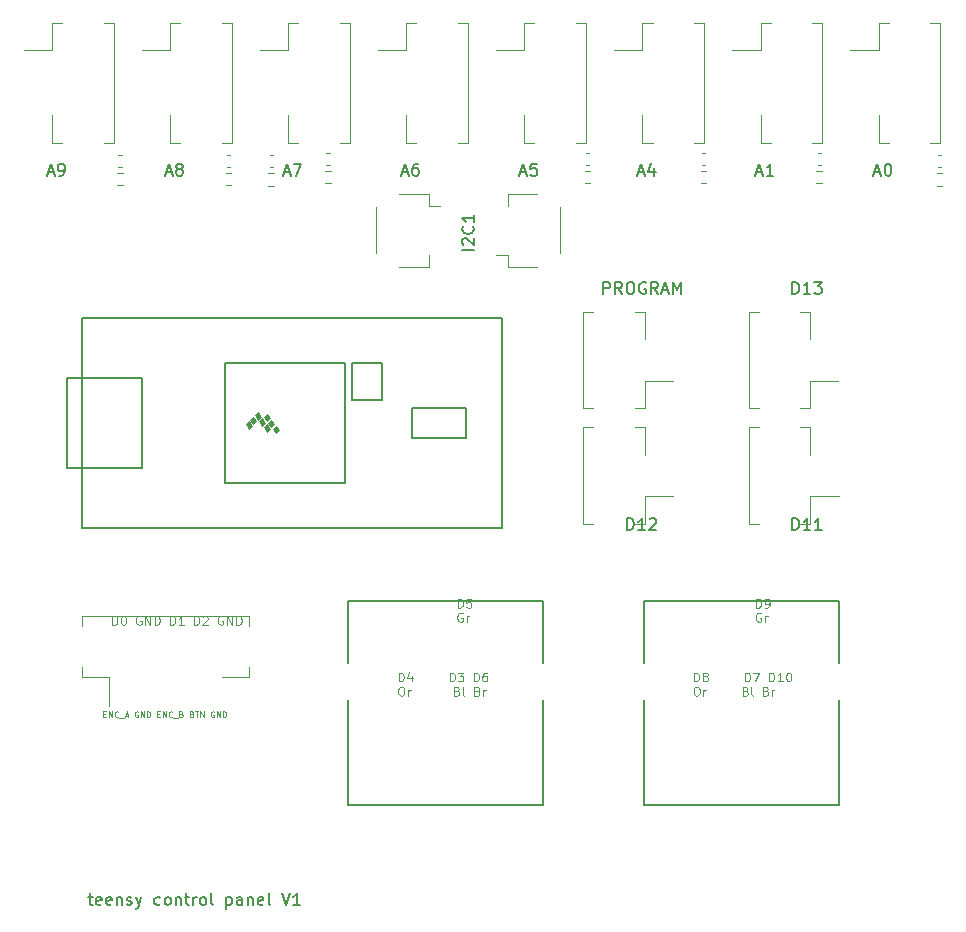
<source format=gbr>
%TF.GenerationSoftware,KiCad,Pcbnew,7.0.7-7.0.7~ubuntu20.04.1*%
%TF.CreationDate,2023-09-06T17:53:36-07:00*%
%TF.ProjectId,teensy-control-panel,7465656e-7379-42d6-936f-6e74726f6c2d,rev?*%
%TF.SameCoordinates,Original*%
%TF.FileFunction,Legend,Top*%
%TF.FilePolarity,Positive*%
%FSLAX46Y46*%
G04 Gerber Fmt 4.6, Leading zero omitted, Abs format (unit mm)*
G04 Created by KiCad (PCBNEW 7.0.7-7.0.7~ubuntu20.04.1) date 2023-09-06 17:53:36*
%MOMM*%
%LPD*%
G01*
G04 APERTURE LIST*
%ADD10C,0.150000*%
%ADD11C,0.125000*%
%ADD12C,0.120000*%
%ADD13C,0.100000*%
%ADD14C,0.127000*%
G04 APERTURE END LIST*
D10*
X56693922Y-132953152D02*
X57074874Y-132953152D01*
X56836779Y-132619819D02*
X56836779Y-133476961D01*
X56836779Y-133476961D02*
X56884398Y-133572200D01*
X56884398Y-133572200D02*
X56979636Y-133619819D01*
X56979636Y-133619819D02*
X57074874Y-133619819D01*
X57789160Y-133572200D02*
X57693922Y-133619819D01*
X57693922Y-133619819D02*
X57503446Y-133619819D01*
X57503446Y-133619819D02*
X57408208Y-133572200D01*
X57408208Y-133572200D02*
X57360589Y-133476961D01*
X57360589Y-133476961D02*
X57360589Y-133096009D01*
X57360589Y-133096009D02*
X57408208Y-133000771D01*
X57408208Y-133000771D02*
X57503446Y-132953152D01*
X57503446Y-132953152D02*
X57693922Y-132953152D01*
X57693922Y-132953152D02*
X57789160Y-133000771D01*
X57789160Y-133000771D02*
X57836779Y-133096009D01*
X57836779Y-133096009D02*
X57836779Y-133191247D01*
X57836779Y-133191247D02*
X57360589Y-133286485D01*
X58646303Y-133572200D02*
X58551065Y-133619819D01*
X58551065Y-133619819D02*
X58360589Y-133619819D01*
X58360589Y-133619819D02*
X58265351Y-133572200D01*
X58265351Y-133572200D02*
X58217732Y-133476961D01*
X58217732Y-133476961D02*
X58217732Y-133096009D01*
X58217732Y-133096009D02*
X58265351Y-133000771D01*
X58265351Y-133000771D02*
X58360589Y-132953152D01*
X58360589Y-132953152D02*
X58551065Y-132953152D01*
X58551065Y-132953152D02*
X58646303Y-133000771D01*
X58646303Y-133000771D02*
X58693922Y-133096009D01*
X58693922Y-133096009D02*
X58693922Y-133191247D01*
X58693922Y-133191247D02*
X58217732Y-133286485D01*
X59122494Y-132953152D02*
X59122494Y-133619819D01*
X59122494Y-133048390D02*
X59170113Y-133000771D01*
X59170113Y-133000771D02*
X59265351Y-132953152D01*
X59265351Y-132953152D02*
X59408208Y-132953152D01*
X59408208Y-132953152D02*
X59503446Y-133000771D01*
X59503446Y-133000771D02*
X59551065Y-133096009D01*
X59551065Y-133096009D02*
X59551065Y-133619819D01*
X59979637Y-133572200D02*
X60074875Y-133619819D01*
X60074875Y-133619819D02*
X60265351Y-133619819D01*
X60265351Y-133619819D02*
X60360589Y-133572200D01*
X60360589Y-133572200D02*
X60408208Y-133476961D01*
X60408208Y-133476961D02*
X60408208Y-133429342D01*
X60408208Y-133429342D02*
X60360589Y-133334104D01*
X60360589Y-133334104D02*
X60265351Y-133286485D01*
X60265351Y-133286485D02*
X60122494Y-133286485D01*
X60122494Y-133286485D02*
X60027256Y-133238866D01*
X60027256Y-133238866D02*
X59979637Y-133143628D01*
X59979637Y-133143628D02*
X59979637Y-133096009D01*
X59979637Y-133096009D02*
X60027256Y-133000771D01*
X60027256Y-133000771D02*
X60122494Y-132953152D01*
X60122494Y-132953152D02*
X60265351Y-132953152D01*
X60265351Y-132953152D02*
X60360589Y-133000771D01*
X60741542Y-132953152D02*
X60979637Y-133619819D01*
X61217732Y-132953152D02*
X60979637Y-133619819D01*
X60979637Y-133619819D02*
X60884399Y-133857914D01*
X60884399Y-133857914D02*
X60836780Y-133905533D01*
X60836780Y-133905533D02*
X60741542Y-133953152D01*
X62789161Y-133572200D02*
X62693923Y-133619819D01*
X62693923Y-133619819D02*
X62503447Y-133619819D01*
X62503447Y-133619819D02*
X62408209Y-133572200D01*
X62408209Y-133572200D02*
X62360590Y-133524580D01*
X62360590Y-133524580D02*
X62312971Y-133429342D01*
X62312971Y-133429342D02*
X62312971Y-133143628D01*
X62312971Y-133143628D02*
X62360590Y-133048390D01*
X62360590Y-133048390D02*
X62408209Y-133000771D01*
X62408209Y-133000771D02*
X62503447Y-132953152D01*
X62503447Y-132953152D02*
X62693923Y-132953152D01*
X62693923Y-132953152D02*
X62789161Y-133000771D01*
X63360590Y-133619819D02*
X63265352Y-133572200D01*
X63265352Y-133572200D02*
X63217733Y-133524580D01*
X63217733Y-133524580D02*
X63170114Y-133429342D01*
X63170114Y-133429342D02*
X63170114Y-133143628D01*
X63170114Y-133143628D02*
X63217733Y-133048390D01*
X63217733Y-133048390D02*
X63265352Y-133000771D01*
X63265352Y-133000771D02*
X63360590Y-132953152D01*
X63360590Y-132953152D02*
X63503447Y-132953152D01*
X63503447Y-132953152D02*
X63598685Y-133000771D01*
X63598685Y-133000771D02*
X63646304Y-133048390D01*
X63646304Y-133048390D02*
X63693923Y-133143628D01*
X63693923Y-133143628D02*
X63693923Y-133429342D01*
X63693923Y-133429342D02*
X63646304Y-133524580D01*
X63646304Y-133524580D02*
X63598685Y-133572200D01*
X63598685Y-133572200D02*
X63503447Y-133619819D01*
X63503447Y-133619819D02*
X63360590Y-133619819D01*
X64122495Y-132953152D02*
X64122495Y-133619819D01*
X64122495Y-133048390D02*
X64170114Y-133000771D01*
X64170114Y-133000771D02*
X64265352Y-132953152D01*
X64265352Y-132953152D02*
X64408209Y-132953152D01*
X64408209Y-132953152D02*
X64503447Y-133000771D01*
X64503447Y-133000771D02*
X64551066Y-133096009D01*
X64551066Y-133096009D02*
X64551066Y-133619819D01*
X64884400Y-132953152D02*
X65265352Y-132953152D01*
X65027257Y-132619819D02*
X65027257Y-133476961D01*
X65027257Y-133476961D02*
X65074876Y-133572200D01*
X65074876Y-133572200D02*
X65170114Y-133619819D01*
X65170114Y-133619819D02*
X65265352Y-133619819D01*
X65598686Y-133619819D02*
X65598686Y-132953152D01*
X65598686Y-133143628D02*
X65646305Y-133048390D01*
X65646305Y-133048390D02*
X65693924Y-133000771D01*
X65693924Y-133000771D02*
X65789162Y-132953152D01*
X65789162Y-132953152D02*
X65884400Y-132953152D01*
X66360591Y-133619819D02*
X66265353Y-133572200D01*
X66265353Y-133572200D02*
X66217734Y-133524580D01*
X66217734Y-133524580D02*
X66170115Y-133429342D01*
X66170115Y-133429342D02*
X66170115Y-133143628D01*
X66170115Y-133143628D02*
X66217734Y-133048390D01*
X66217734Y-133048390D02*
X66265353Y-133000771D01*
X66265353Y-133000771D02*
X66360591Y-132953152D01*
X66360591Y-132953152D02*
X66503448Y-132953152D01*
X66503448Y-132953152D02*
X66598686Y-133000771D01*
X66598686Y-133000771D02*
X66646305Y-133048390D01*
X66646305Y-133048390D02*
X66693924Y-133143628D01*
X66693924Y-133143628D02*
X66693924Y-133429342D01*
X66693924Y-133429342D02*
X66646305Y-133524580D01*
X66646305Y-133524580D02*
X66598686Y-133572200D01*
X66598686Y-133572200D02*
X66503448Y-133619819D01*
X66503448Y-133619819D02*
X66360591Y-133619819D01*
X67265353Y-133619819D02*
X67170115Y-133572200D01*
X67170115Y-133572200D02*
X67122496Y-133476961D01*
X67122496Y-133476961D02*
X67122496Y-132619819D01*
X68408211Y-132953152D02*
X68408211Y-133953152D01*
X68408211Y-133000771D02*
X68503449Y-132953152D01*
X68503449Y-132953152D02*
X68693925Y-132953152D01*
X68693925Y-132953152D02*
X68789163Y-133000771D01*
X68789163Y-133000771D02*
X68836782Y-133048390D01*
X68836782Y-133048390D02*
X68884401Y-133143628D01*
X68884401Y-133143628D02*
X68884401Y-133429342D01*
X68884401Y-133429342D02*
X68836782Y-133524580D01*
X68836782Y-133524580D02*
X68789163Y-133572200D01*
X68789163Y-133572200D02*
X68693925Y-133619819D01*
X68693925Y-133619819D02*
X68503449Y-133619819D01*
X68503449Y-133619819D02*
X68408211Y-133572200D01*
X69741544Y-133619819D02*
X69741544Y-133096009D01*
X69741544Y-133096009D02*
X69693925Y-133000771D01*
X69693925Y-133000771D02*
X69598687Y-132953152D01*
X69598687Y-132953152D02*
X69408211Y-132953152D01*
X69408211Y-132953152D02*
X69312973Y-133000771D01*
X69741544Y-133572200D02*
X69646306Y-133619819D01*
X69646306Y-133619819D02*
X69408211Y-133619819D01*
X69408211Y-133619819D02*
X69312973Y-133572200D01*
X69312973Y-133572200D02*
X69265354Y-133476961D01*
X69265354Y-133476961D02*
X69265354Y-133381723D01*
X69265354Y-133381723D02*
X69312973Y-133286485D01*
X69312973Y-133286485D02*
X69408211Y-133238866D01*
X69408211Y-133238866D02*
X69646306Y-133238866D01*
X69646306Y-133238866D02*
X69741544Y-133191247D01*
X70217735Y-132953152D02*
X70217735Y-133619819D01*
X70217735Y-133048390D02*
X70265354Y-133000771D01*
X70265354Y-133000771D02*
X70360592Y-132953152D01*
X70360592Y-132953152D02*
X70503449Y-132953152D01*
X70503449Y-132953152D02*
X70598687Y-133000771D01*
X70598687Y-133000771D02*
X70646306Y-133096009D01*
X70646306Y-133096009D02*
X70646306Y-133619819D01*
X71503449Y-133572200D02*
X71408211Y-133619819D01*
X71408211Y-133619819D02*
X71217735Y-133619819D01*
X71217735Y-133619819D02*
X71122497Y-133572200D01*
X71122497Y-133572200D02*
X71074878Y-133476961D01*
X71074878Y-133476961D02*
X71074878Y-133096009D01*
X71074878Y-133096009D02*
X71122497Y-133000771D01*
X71122497Y-133000771D02*
X71217735Y-132953152D01*
X71217735Y-132953152D02*
X71408211Y-132953152D01*
X71408211Y-132953152D02*
X71503449Y-133000771D01*
X71503449Y-133000771D02*
X71551068Y-133096009D01*
X71551068Y-133096009D02*
X71551068Y-133191247D01*
X71551068Y-133191247D02*
X71074878Y-133286485D01*
X72122497Y-133619819D02*
X72027259Y-133572200D01*
X72027259Y-133572200D02*
X71979640Y-133476961D01*
X71979640Y-133476961D02*
X71979640Y-132619819D01*
X73122498Y-132619819D02*
X73455831Y-133619819D01*
X73455831Y-133619819D02*
X73789164Y-132619819D01*
X74646307Y-133619819D02*
X74074879Y-133619819D01*
X74360593Y-133619819D02*
X74360593Y-132619819D01*
X74360593Y-132619819D02*
X74265355Y-132762676D01*
X74265355Y-132762676D02*
X74170117Y-132857914D01*
X74170117Y-132857914D02*
X74074879Y-132905533D01*
D11*
X113260807Y-108444214D02*
X113260807Y-107694214D01*
X113260807Y-107694214D02*
X113439378Y-107694214D01*
X113439378Y-107694214D02*
X113546521Y-107729928D01*
X113546521Y-107729928D02*
X113617950Y-107801357D01*
X113617950Y-107801357D02*
X113653664Y-107872785D01*
X113653664Y-107872785D02*
X113689378Y-108015642D01*
X113689378Y-108015642D02*
X113689378Y-108122785D01*
X113689378Y-108122785D02*
X113653664Y-108265642D01*
X113653664Y-108265642D02*
X113617950Y-108337071D01*
X113617950Y-108337071D02*
X113546521Y-108408500D01*
X113546521Y-108408500D02*
X113439378Y-108444214D01*
X113439378Y-108444214D02*
X113260807Y-108444214D01*
X114046521Y-108444214D02*
X114189378Y-108444214D01*
X114189378Y-108444214D02*
X114260807Y-108408500D01*
X114260807Y-108408500D02*
X114296521Y-108372785D01*
X114296521Y-108372785D02*
X114367950Y-108265642D01*
X114367950Y-108265642D02*
X114403664Y-108122785D01*
X114403664Y-108122785D02*
X114403664Y-107837071D01*
X114403664Y-107837071D02*
X114367950Y-107765642D01*
X114367950Y-107765642D02*
X114332236Y-107729928D01*
X114332236Y-107729928D02*
X114260807Y-107694214D01*
X114260807Y-107694214D02*
X114117950Y-107694214D01*
X114117950Y-107694214D02*
X114046521Y-107729928D01*
X114046521Y-107729928D02*
X114010807Y-107765642D01*
X114010807Y-107765642D02*
X113975093Y-107837071D01*
X113975093Y-107837071D02*
X113975093Y-108015642D01*
X113975093Y-108015642D02*
X114010807Y-108087071D01*
X114010807Y-108087071D02*
X114046521Y-108122785D01*
X114046521Y-108122785D02*
X114117950Y-108158500D01*
X114117950Y-108158500D02*
X114260807Y-108158500D01*
X114260807Y-108158500D02*
X114332236Y-108122785D01*
X114332236Y-108122785D02*
X114367950Y-108087071D01*
X114367950Y-108087071D02*
X114403664Y-108015642D01*
X113653664Y-108937428D02*
X113582236Y-108901714D01*
X113582236Y-108901714D02*
X113475093Y-108901714D01*
X113475093Y-108901714D02*
X113367950Y-108937428D01*
X113367950Y-108937428D02*
X113296521Y-109008857D01*
X113296521Y-109008857D02*
X113260807Y-109080285D01*
X113260807Y-109080285D02*
X113225093Y-109223142D01*
X113225093Y-109223142D02*
X113225093Y-109330285D01*
X113225093Y-109330285D02*
X113260807Y-109473142D01*
X113260807Y-109473142D02*
X113296521Y-109544571D01*
X113296521Y-109544571D02*
X113367950Y-109616000D01*
X113367950Y-109616000D02*
X113475093Y-109651714D01*
X113475093Y-109651714D02*
X113546521Y-109651714D01*
X113546521Y-109651714D02*
X113653664Y-109616000D01*
X113653664Y-109616000D02*
X113689378Y-109580285D01*
X113689378Y-109580285D02*
X113689378Y-109330285D01*
X113689378Y-109330285D02*
X113546521Y-109330285D01*
X114010807Y-109651714D02*
X114010807Y-109151714D01*
X114010807Y-109294571D02*
X114046521Y-109223142D01*
X114046521Y-109223142D02*
X114082236Y-109187428D01*
X114082236Y-109187428D02*
X114153664Y-109151714D01*
X114153664Y-109151714D02*
X114225093Y-109151714D01*
X88010807Y-108444214D02*
X88010807Y-107694214D01*
X88010807Y-107694214D02*
X88189378Y-107694214D01*
X88189378Y-107694214D02*
X88296521Y-107729928D01*
X88296521Y-107729928D02*
X88367950Y-107801357D01*
X88367950Y-107801357D02*
X88403664Y-107872785D01*
X88403664Y-107872785D02*
X88439378Y-108015642D01*
X88439378Y-108015642D02*
X88439378Y-108122785D01*
X88439378Y-108122785D02*
X88403664Y-108265642D01*
X88403664Y-108265642D02*
X88367950Y-108337071D01*
X88367950Y-108337071D02*
X88296521Y-108408500D01*
X88296521Y-108408500D02*
X88189378Y-108444214D01*
X88189378Y-108444214D02*
X88010807Y-108444214D01*
X89117950Y-107694214D02*
X88760807Y-107694214D01*
X88760807Y-107694214D02*
X88725093Y-108051357D01*
X88725093Y-108051357D02*
X88760807Y-108015642D01*
X88760807Y-108015642D02*
X88832236Y-107979928D01*
X88832236Y-107979928D02*
X89010807Y-107979928D01*
X89010807Y-107979928D02*
X89082236Y-108015642D01*
X89082236Y-108015642D02*
X89117950Y-108051357D01*
X89117950Y-108051357D02*
X89153664Y-108122785D01*
X89153664Y-108122785D02*
X89153664Y-108301357D01*
X89153664Y-108301357D02*
X89117950Y-108372785D01*
X89117950Y-108372785D02*
X89082236Y-108408500D01*
X89082236Y-108408500D02*
X89010807Y-108444214D01*
X89010807Y-108444214D02*
X88832236Y-108444214D01*
X88832236Y-108444214D02*
X88760807Y-108408500D01*
X88760807Y-108408500D02*
X88725093Y-108372785D01*
X88403664Y-108937428D02*
X88332236Y-108901714D01*
X88332236Y-108901714D02*
X88225093Y-108901714D01*
X88225093Y-108901714D02*
X88117950Y-108937428D01*
X88117950Y-108937428D02*
X88046521Y-109008857D01*
X88046521Y-109008857D02*
X88010807Y-109080285D01*
X88010807Y-109080285D02*
X87975093Y-109223142D01*
X87975093Y-109223142D02*
X87975093Y-109330285D01*
X87975093Y-109330285D02*
X88010807Y-109473142D01*
X88010807Y-109473142D02*
X88046521Y-109544571D01*
X88046521Y-109544571D02*
X88117950Y-109616000D01*
X88117950Y-109616000D02*
X88225093Y-109651714D01*
X88225093Y-109651714D02*
X88296521Y-109651714D01*
X88296521Y-109651714D02*
X88403664Y-109616000D01*
X88403664Y-109616000D02*
X88439378Y-109580285D01*
X88439378Y-109580285D02*
X88439378Y-109330285D01*
X88439378Y-109330285D02*
X88296521Y-109330285D01*
X88760807Y-109651714D02*
X88760807Y-109151714D01*
X88760807Y-109294571D02*
X88796521Y-109223142D01*
X88796521Y-109223142D02*
X88832236Y-109187428D01*
X88832236Y-109187428D02*
X88903664Y-109151714D01*
X88903664Y-109151714D02*
X88975093Y-109151714D01*
X108010807Y-114694214D02*
X108010807Y-113944214D01*
X108010807Y-113944214D02*
X108189378Y-113944214D01*
X108189378Y-113944214D02*
X108296521Y-113979928D01*
X108296521Y-113979928D02*
X108367950Y-114051357D01*
X108367950Y-114051357D02*
X108403664Y-114122785D01*
X108403664Y-114122785D02*
X108439378Y-114265642D01*
X108439378Y-114265642D02*
X108439378Y-114372785D01*
X108439378Y-114372785D02*
X108403664Y-114515642D01*
X108403664Y-114515642D02*
X108367950Y-114587071D01*
X108367950Y-114587071D02*
X108296521Y-114658500D01*
X108296521Y-114658500D02*
X108189378Y-114694214D01*
X108189378Y-114694214D02*
X108010807Y-114694214D01*
X108867950Y-114265642D02*
X108796521Y-114229928D01*
X108796521Y-114229928D02*
X108760807Y-114194214D01*
X108760807Y-114194214D02*
X108725093Y-114122785D01*
X108725093Y-114122785D02*
X108725093Y-114087071D01*
X108725093Y-114087071D02*
X108760807Y-114015642D01*
X108760807Y-114015642D02*
X108796521Y-113979928D01*
X108796521Y-113979928D02*
X108867950Y-113944214D01*
X108867950Y-113944214D02*
X109010807Y-113944214D01*
X109010807Y-113944214D02*
X109082236Y-113979928D01*
X109082236Y-113979928D02*
X109117950Y-114015642D01*
X109117950Y-114015642D02*
X109153664Y-114087071D01*
X109153664Y-114087071D02*
X109153664Y-114122785D01*
X109153664Y-114122785D02*
X109117950Y-114194214D01*
X109117950Y-114194214D02*
X109082236Y-114229928D01*
X109082236Y-114229928D02*
X109010807Y-114265642D01*
X109010807Y-114265642D02*
X108867950Y-114265642D01*
X108867950Y-114265642D02*
X108796521Y-114301357D01*
X108796521Y-114301357D02*
X108760807Y-114337071D01*
X108760807Y-114337071D02*
X108725093Y-114408500D01*
X108725093Y-114408500D02*
X108725093Y-114551357D01*
X108725093Y-114551357D02*
X108760807Y-114622785D01*
X108760807Y-114622785D02*
X108796521Y-114658500D01*
X108796521Y-114658500D02*
X108867950Y-114694214D01*
X108867950Y-114694214D02*
X109010807Y-114694214D01*
X109010807Y-114694214D02*
X109082236Y-114658500D01*
X109082236Y-114658500D02*
X109117950Y-114622785D01*
X109117950Y-114622785D02*
X109153664Y-114551357D01*
X109153664Y-114551357D02*
X109153664Y-114408500D01*
X109153664Y-114408500D02*
X109117950Y-114337071D01*
X109117950Y-114337071D02*
X109082236Y-114301357D01*
X109082236Y-114301357D02*
X109010807Y-114265642D01*
X112332238Y-114694214D02*
X112332238Y-113944214D01*
X112332238Y-113944214D02*
X112510809Y-113944214D01*
X112510809Y-113944214D02*
X112617952Y-113979928D01*
X112617952Y-113979928D02*
X112689381Y-114051357D01*
X112689381Y-114051357D02*
X112725095Y-114122785D01*
X112725095Y-114122785D02*
X112760809Y-114265642D01*
X112760809Y-114265642D02*
X112760809Y-114372785D01*
X112760809Y-114372785D02*
X112725095Y-114515642D01*
X112725095Y-114515642D02*
X112689381Y-114587071D01*
X112689381Y-114587071D02*
X112617952Y-114658500D01*
X112617952Y-114658500D02*
X112510809Y-114694214D01*
X112510809Y-114694214D02*
X112332238Y-114694214D01*
X113010809Y-113944214D02*
X113510809Y-113944214D01*
X113510809Y-113944214D02*
X113189381Y-114694214D01*
X114367953Y-114694214D02*
X114367953Y-113944214D01*
X114367953Y-113944214D02*
X114546524Y-113944214D01*
X114546524Y-113944214D02*
X114653667Y-113979928D01*
X114653667Y-113979928D02*
X114725096Y-114051357D01*
X114725096Y-114051357D02*
X114760810Y-114122785D01*
X114760810Y-114122785D02*
X114796524Y-114265642D01*
X114796524Y-114265642D02*
X114796524Y-114372785D01*
X114796524Y-114372785D02*
X114760810Y-114515642D01*
X114760810Y-114515642D02*
X114725096Y-114587071D01*
X114725096Y-114587071D02*
X114653667Y-114658500D01*
X114653667Y-114658500D02*
X114546524Y-114694214D01*
X114546524Y-114694214D02*
X114367953Y-114694214D01*
X115510810Y-114694214D02*
X115082239Y-114694214D01*
X115296524Y-114694214D02*
X115296524Y-113944214D01*
X115296524Y-113944214D02*
X115225096Y-114051357D01*
X115225096Y-114051357D02*
X115153667Y-114122785D01*
X115153667Y-114122785D02*
X115082239Y-114158500D01*
X115975096Y-113944214D02*
X116046525Y-113944214D01*
X116046525Y-113944214D02*
X116117953Y-113979928D01*
X116117953Y-113979928D02*
X116153668Y-114015642D01*
X116153668Y-114015642D02*
X116189382Y-114087071D01*
X116189382Y-114087071D02*
X116225096Y-114229928D01*
X116225096Y-114229928D02*
X116225096Y-114408500D01*
X116225096Y-114408500D02*
X116189382Y-114551357D01*
X116189382Y-114551357D02*
X116153668Y-114622785D01*
X116153668Y-114622785D02*
X116117953Y-114658500D01*
X116117953Y-114658500D02*
X116046525Y-114694214D01*
X116046525Y-114694214D02*
X115975096Y-114694214D01*
X115975096Y-114694214D02*
X115903668Y-114658500D01*
X115903668Y-114658500D02*
X115867953Y-114622785D01*
X115867953Y-114622785D02*
X115832239Y-114551357D01*
X115832239Y-114551357D02*
X115796525Y-114408500D01*
X115796525Y-114408500D02*
X115796525Y-114229928D01*
X115796525Y-114229928D02*
X115832239Y-114087071D01*
X115832239Y-114087071D02*
X115867953Y-114015642D01*
X115867953Y-114015642D02*
X115903668Y-113979928D01*
X115903668Y-113979928D02*
X115975096Y-113944214D01*
X108153664Y-115151714D02*
X108296521Y-115151714D01*
X108296521Y-115151714D02*
X108367950Y-115187428D01*
X108367950Y-115187428D02*
X108439378Y-115258857D01*
X108439378Y-115258857D02*
X108475093Y-115401714D01*
X108475093Y-115401714D02*
X108475093Y-115651714D01*
X108475093Y-115651714D02*
X108439378Y-115794571D01*
X108439378Y-115794571D02*
X108367950Y-115866000D01*
X108367950Y-115866000D02*
X108296521Y-115901714D01*
X108296521Y-115901714D02*
X108153664Y-115901714D01*
X108153664Y-115901714D02*
X108082236Y-115866000D01*
X108082236Y-115866000D02*
X108010807Y-115794571D01*
X108010807Y-115794571D02*
X107975093Y-115651714D01*
X107975093Y-115651714D02*
X107975093Y-115401714D01*
X107975093Y-115401714D02*
X108010807Y-115258857D01*
X108010807Y-115258857D02*
X108082236Y-115187428D01*
X108082236Y-115187428D02*
X108153664Y-115151714D01*
X108796521Y-115901714D02*
X108796521Y-115401714D01*
X108796521Y-115544571D02*
X108832235Y-115473142D01*
X108832235Y-115473142D02*
X108867950Y-115437428D01*
X108867950Y-115437428D02*
X108939378Y-115401714D01*
X108939378Y-115401714D02*
X109010807Y-115401714D01*
X112367952Y-115508857D02*
X112475095Y-115544571D01*
X112475095Y-115544571D02*
X112510809Y-115580285D01*
X112510809Y-115580285D02*
X112546523Y-115651714D01*
X112546523Y-115651714D02*
X112546523Y-115758857D01*
X112546523Y-115758857D02*
X112510809Y-115830285D01*
X112510809Y-115830285D02*
X112475095Y-115866000D01*
X112475095Y-115866000D02*
X112403666Y-115901714D01*
X112403666Y-115901714D02*
X112117952Y-115901714D01*
X112117952Y-115901714D02*
X112117952Y-115151714D01*
X112117952Y-115151714D02*
X112367952Y-115151714D01*
X112367952Y-115151714D02*
X112439381Y-115187428D01*
X112439381Y-115187428D02*
X112475095Y-115223142D01*
X112475095Y-115223142D02*
X112510809Y-115294571D01*
X112510809Y-115294571D02*
X112510809Y-115366000D01*
X112510809Y-115366000D02*
X112475095Y-115437428D01*
X112475095Y-115437428D02*
X112439381Y-115473142D01*
X112439381Y-115473142D02*
X112367952Y-115508857D01*
X112367952Y-115508857D02*
X112117952Y-115508857D01*
X112975095Y-115901714D02*
X112903666Y-115866000D01*
X112903666Y-115866000D02*
X112867952Y-115794571D01*
X112867952Y-115794571D02*
X112867952Y-115151714D01*
X114082238Y-115508857D02*
X114189381Y-115544571D01*
X114189381Y-115544571D02*
X114225095Y-115580285D01*
X114225095Y-115580285D02*
X114260809Y-115651714D01*
X114260809Y-115651714D02*
X114260809Y-115758857D01*
X114260809Y-115758857D02*
X114225095Y-115830285D01*
X114225095Y-115830285D02*
X114189381Y-115866000D01*
X114189381Y-115866000D02*
X114117952Y-115901714D01*
X114117952Y-115901714D02*
X113832238Y-115901714D01*
X113832238Y-115901714D02*
X113832238Y-115151714D01*
X113832238Y-115151714D02*
X114082238Y-115151714D01*
X114082238Y-115151714D02*
X114153667Y-115187428D01*
X114153667Y-115187428D02*
X114189381Y-115223142D01*
X114189381Y-115223142D02*
X114225095Y-115294571D01*
X114225095Y-115294571D02*
X114225095Y-115366000D01*
X114225095Y-115366000D02*
X114189381Y-115437428D01*
X114189381Y-115437428D02*
X114153667Y-115473142D01*
X114153667Y-115473142D02*
X114082238Y-115508857D01*
X114082238Y-115508857D02*
X113832238Y-115508857D01*
X114582238Y-115901714D02*
X114582238Y-115401714D01*
X114582238Y-115544571D02*
X114617952Y-115473142D01*
X114617952Y-115473142D02*
X114653667Y-115437428D01*
X114653667Y-115437428D02*
X114725095Y-115401714D01*
X114725095Y-115401714D02*
X114796524Y-115401714D01*
X83010807Y-114694214D02*
X83010807Y-113944214D01*
X83010807Y-113944214D02*
X83189378Y-113944214D01*
X83189378Y-113944214D02*
X83296521Y-113979928D01*
X83296521Y-113979928D02*
X83367950Y-114051357D01*
X83367950Y-114051357D02*
X83403664Y-114122785D01*
X83403664Y-114122785D02*
X83439378Y-114265642D01*
X83439378Y-114265642D02*
X83439378Y-114372785D01*
X83439378Y-114372785D02*
X83403664Y-114515642D01*
X83403664Y-114515642D02*
X83367950Y-114587071D01*
X83367950Y-114587071D02*
X83296521Y-114658500D01*
X83296521Y-114658500D02*
X83189378Y-114694214D01*
X83189378Y-114694214D02*
X83010807Y-114694214D01*
X84082236Y-114194214D02*
X84082236Y-114694214D01*
X83903664Y-113908500D02*
X83725093Y-114444214D01*
X83725093Y-114444214D02*
X84189378Y-114444214D01*
X87332238Y-114694214D02*
X87332238Y-113944214D01*
X87332238Y-113944214D02*
X87510809Y-113944214D01*
X87510809Y-113944214D02*
X87617952Y-113979928D01*
X87617952Y-113979928D02*
X87689381Y-114051357D01*
X87689381Y-114051357D02*
X87725095Y-114122785D01*
X87725095Y-114122785D02*
X87760809Y-114265642D01*
X87760809Y-114265642D02*
X87760809Y-114372785D01*
X87760809Y-114372785D02*
X87725095Y-114515642D01*
X87725095Y-114515642D02*
X87689381Y-114587071D01*
X87689381Y-114587071D02*
X87617952Y-114658500D01*
X87617952Y-114658500D02*
X87510809Y-114694214D01*
X87510809Y-114694214D02*
X87332238Y-114694214D01*
X88010809Y-113944214D02*
X88475095Y-113944214D01*
X88475095Y-113944214D02*
X88225095Y-114229928D01*
X88225095Y-114229928D02*
X88332238Y-114229928D01*
X88332238Y-114229928D02*
X88403667Y-114265642D01*
X88403667Y-114265642D02*
X88439381Y-114301357D01*
X88439381Y-114301357D02*
X88475095Y-114372785D01*
X88475095Y-114372785D02*
X88475095Y-114551357D01*
X88475095Y-114551357D02*
X88439381Y-114622785D01*
X88439381Y-114622785D02*
X88403667Y-114658500D01*
X88403667Y-114658500D02*
X88332238Y-114694214D01*
X88332238Y-114694214D02*
X88117952Y-114694214D01*
X88117952Y-114694214D02*
X88046524Y-114658500D01*
X88046524Y-114658500D02*
X88010809Y-114622785D01*
X89367953Y-114694214D02*
X89367953Y-113944214D01*
X89367953Y-113944214D02*
X89546524Y-113944214D01*
X89546524Y-113944214D02*
X89653667Y-113979928D01*
X89653667Y-113979928D02*
X89725096Y-114051357D01*
X89725096Y-114051357D02*
X89760810Y-114122785D01*
X89760810Y-114122785D02*
X89796524Y-114265642D01*
X89796524Y-114265642D02*
X89796524Y-114372785D01*
X89796524Y-114372785D02*
X89760810Y-114515642D01*
X89760810Y-114515642D02*
X89725096Y-114587071D01*
X89725096Y-114587071D02*
X89653667Y-114658500D01*
X89653667Y-114658500D02*
X89546524Y-114694214D01*
X89546524Y-114694214D02*
X89367953Y-114694214D01*
X90439382Y-113944214D02*
X90296524Y-113944214D01*
X90296524Y-113944214D02*
X90225096Y-113979928D01*
X90225096Y-113979928D02*
X90189382Y-114015642D01*
X90189382Y-114015642D02*
X90117953Y-114122785D01*
X90117953Y-114122785D02*
X90082239Y-114265642D01*
X90082239Y-114265642D02*
X90082239Y-114551357D01*
X90082239Y-114551357D02*
X90117953Y-114622785D01*
X90117953Y-114622785D02*
X90153667Y-114658500D01*
X90153667Y-114658500D02*
X90225096Y-114694214D01*
X90225096Y-114694214D02*
X90367953Y-114694214D01*
X90367953Y-114694214D02*
X90439382Y-114658500D01*
X90439382Y-114658500D02*
X90475096Y-114622785D01*
X90475096Y-114622785D02*
X90510810Y-114551357D01*
X90510810Y-114551357D02*
X90510810Y-114372785D01*
X90510810Y-114372785D02*
X90475096Y-114301357D01*
X90475096Y-114301357D02*
X90439382Y-114265642D01*
X90439382Y-114265642D02*
X90367953Y-114229928D01*
X90367953Y-114229928D02*
X90225096Y-114229928D01*
X90225096Y-114229928D02*
X90153667Y-114265642D01*
X90153667Y-114265642D02*
X90117953Y-114301357D01*
X90117953Y-114301357D02*
X90082239Y-114372785D01*
X83153664Y-115151714D02*
X83296521Y-115151714D01*
X83296521Y-115151714D02*
X83367950Y-115187428D01*
X83367950Y-115187428D02*
X83439378Y-115258857D01*
X83439378Y-115258857D02*
X83475093Y-115401714D01*
X83475093Y-115401714D02*
X83475093Y-115651714D01*
X83475093Y-115651714D02*
X83439378Y-115794571D01*
X83439378Y-115794571D02*
X83367950Y-115866000D01*
X83367950Y-115866000D02*
X83296521Y-115901714D01*
X83296521Y-115901714D02*
X83153664Y-115901714D01*
X83153664Y-115901714D02*
X83082236Y-115866000D01*
X83082236Y-115866000D02*
X83010807Y-115794571D01*
X83010807Y-115794571D02*
X82975093Y-115651714D01*
X82975093Y-115651714D02*
X82975093Y-115401714D01*
X82975093Y-115401714D02*
X83010807Y-115258857D01*
X83010807Y-115258857D02*
X83082236Y-115187428D01*
X83082236Y-115187428D02*
X83153664Y-115151714D01*
X83796521Y-115901714D02*
X83796521Y-115401714D01*
X83796521Y-115544571D02*
X83832235Y-115473142D01*
X83832235Y-115473142D02*
X83867950Y-115437428D01*
X83867950Y-115437428D02*
X83939378Y-115401714D01*
X83939378Y-115401714D02*
X84010807Y-115401714D01*
X87939381Y-115508857D02*
X88046524Y-115544571D01*
X88046524Y-115544571D02*
X88082238Y-115580285D01*
X88082238Y-115580285D02*
X88117952Y-115651714D01*
X88117952Y-115651714D02*
X88117952Y-115758857D01*
X88117952Y-115758857D02*
X88082238Y-115830285D01*
X88082238Y-115830285D02*
X88046524Y-115866000D01*
X88046524Y-115866000D02*
X87975095Y-115901714D01*
X87975095Y-115901714D02*
X87689381Y-115901714D01*
X87689381Y-115901714D02*
X87689381Y-115151714D01*
X87689381Y-115151714D02*
X87939381Y-115151714D01*
X87939381Y-115151714D02*
X88010810Y-115187428D01*
X88010810Y-115187428D02*
X88046524Y-115223142D01*
X88046524Y-115223142D02*
X88082238Y-115294571D01*
X88082238Y-115294571D02*
X88082238Y-115366000D01*
X88082238Y-115366000D02*
X88046524Y-115437428D01*
X88046524Y-115437428D02*
X88010810Y-115473142D01*
X88010810Y-115473142D02*
X87939381Y-115508857D01*
X87939381Y-115508857D02*
X87689381Y-115508857D01*
X88546524Y-115901714D02*
X88475095Y-115866000D01*
X88475095Y-115866000D02*
X88439381Y-115794571D01*
X88439381Y-115794571D02*
X88439381Y-115151714D01*
X89653667Y-115508857D02*
X89760810Y-115544571D01*
X89760810Y-115544571D02*
X89796524Y-115580285D01*
X89796524Y-115580285D02*
X89832238Y-115651714D01*
X89832238Y-115651714D02*
X89832238Y-115758857D01*
X89832238Y-115758857D02*
X89796524Y-115830285D01*
X89796524Y-115830285D02*
X89760810Y-115866000D01*
X89760810Y-115866000D02*
X89689381Y-115901714D01*
X89689381Y-115901714D02*
X89403667Y-115901714D01*
X89403667Y-115901714D02*
X89403667Y-115151714D01*
X89403667Y-115151714D02*
X89653667Y-115151714D01*
X89653667Y-115151714D02*
X89725096Y-115187428D01*
X89725096Y-115187428D02*
X89760810Y-115223142D01*
X89760810Y-115223142D02*
X89796524Y-115294571D01*
X89796524Y-115294571D02*
X89796524Y-115366000D01*
X89796524Y-115366000D02*
X89760810Y-115437428D01*
X89760810Y-115437428D02*
X89725096Y-115473142D01*
X89725096Y-115473142D02*
X89653667Y-115508857D01*
X89653667Y-115508857D02*
X89403667Y-115508857D01*
X90153667Y-115901714D02*
X90153667Y-115401714D01*
X90153667Y-115544571D02*
X90189381Y-115473142D01*
X90189381Y-115473142D02*
X90225096Y-115437428D01*
X90225096Y-115437428D02*
X90296524Y-115401714D01*
X90296524Y-115401714D02*
X90367953Y-115401714D01*
X58760807Y-109901714D02*
X58760807Y-109151714D01*
X58760807Y-109151714D02*
X58939378Y-109151714D01*
X58939378Y-109151714D02*
X59046521Y-109187428D01*
X59046521Y-109187428D02*
X59117950Y-109258857D01*
X59117950Y-109258857D02*
X59153664Y-109330285D01*
X59153664Y-109330285D02*
X59189378Y-109473142D01*
X59189378Y-109473142D02*
X59189378Y-109580285D01*
X59189378Y-109580285D02*
X59153664Y-109723142D01*
X59153664Y-109723142D02*
X59117950Y-109794571D01*
X59117950Y-109794571D02*
X59046521Y-109866000D01*
X59046521Y-109866000D02*
X58939378Y-109901714D01*
X58939378Y-109901714D02*
X58760807Y-109901714D01*
X59653664Y-109151714D02*
X59725093Y-109151714D01*
X59725093Y-109151714D02*
X59796521Y-109187428D01*
X59796521Y-109187428D02*
X59832236Y-109223142D01*
X59832236Y-109223142D02*
X59867950Y-109294571D01*
X59867950Y-109294571D02*
X59903664Y-109437428D01*
X59903664Y-109437428D02*
X59903664Y-109616000D01*
X59903664Y-109616000D02*
X59867950Y-109758857D01*
X59867950Y-109758857D02*
X59832236Y-109830285D01*
X59832236Y-109830285D02*
X59796521Y-109866000D01*
X59796521Y-109866000D02*
X59725093Y-109901714D01*
X59725093Y-109901714D02*
X59653664Y-109901714D01*
X59653664Y-109901714D02*
X59582236Y-109866000D01*
X59582236Y-109866000D02*
X59546521Y-109830285D01*
X59546521Y-109830285D02*
X59510807Y-109758857D01*
X59510807Y-109758857D02*
X59475093Y-109616000D01*
X59475093Y-109616000D02*
X59475093Y-109437428D01*
X59475093Y-109437428D02*
X59510807Y-109294571D01*
X59510807Y-109294571D02*
X59546521Y-109223142D01*
X59546521Y-109223142D02*
X59582236Y-109187428D01*
X59582236Y-109187428D02*
X59653664Y-109151714D01*
X61189379Y-109187428D02*
X61117951Y-109151714D01*
X61117951Y-109151714D02*
X61010808Y-109151714D01*
X61010808Y-109151714D02*
X60903665Y-109187428D01*
X60903665Y-109187428D02*
X60832236Y-109258857D01*
X60832236Y-109258857D02*
X60796522Y-109330285D01*
X60796522Y-109330285D02*
X60760808Y-109473142D01*
X60760808Y-109473142D02*
X60760808Y-109580285D01*
X60760808Y-109580285D02*
X60796522Y-109723142D01*
X60796522Y-109723142D02*
X60832236Y-109794571D01*
X60832236Y-109794571D02*
X60903665Y-109866000D01*
X60903665Y-109866000D02*
X61010808Y-109901714D01*
X61010808Y-109901714D02*
X61082236Y-109901714D01*
X61082236Y-109901714D02*
X61189379Y-109866000D01*
X61189379Y-109866000D02*
X61225093Y-109830285D01*
X61225093Y-109830285D02*
X61225093Y-109580285D01*
X61225093Y-109580285D02*
X61082236Y-109580285D01*
X61546522Y-109901714D02*
X61546522Y-109151714D01*
X61546522Y-109151714D02*
X61975093Y-109901714D01*
X61975093Y-109901714D02*
X61975093Y-109151714D01*
X62332236Y-109901714D02*
X62332236Y-109151714D01*
X62332236Y-109151714D02*
X62510807Y-109151714D01*
X62510807Y-109151714D02*
X62617950Y-109187428D01*
X62617950Y-109187428D02*
X62689379Y-109258857D01*
X62689379Y-109258857D02*
X62725093Y-109330285D01*
X62725093Y-109330285D02*
X62760807Y-109473142D01*
X62760807Y-109473142D02*
X62760807Y-109580285D01*
X62760807Y-109580285D02*
X62725093Y-109723142D01*
X62725093Y-109723142D02*
X62689379Y-109794571D01*
X62689379Y-109794571D02*
X62617950Y-109866000D01*
X62617950Y-109866000D02*
X62510807Y-109901714D01*
X62510807Y-109901714D02*
X62332236Y-109901714D01*
X63653665Y-109901714D02*
X63653665Y-109151714D01*
X63653665Y-109151714D02*
X63832236Y-109151714D01*
X63832236Y-109151714D02*
X63939379Y-109187428D01*
X63939379Y-109187428D02*
X64010808Y-109258857D01*
X64010808Y-109258857D02*
X64046522Y-109330285D01*
X64046522Y-109330285D02*
X64082236Y-109473142D01*
X64082236Y-109473142D02*
X64082236Y-109580285D01*
X64082236Y-109580285D02*
X64046522Y-109723142D01*
X64046522Y-109723142D02*
X64010808Y-109794571D01*
X64010808Y-109794571D02*
X63939379Y-109866000D01*
X63939379Y-109866000D02*
X63832236Y-109901714D01*
X63832236Y-109901714D02*
X63653665Y-109901714D01*
X64796522Y-109901714D02*
X64367951Y-109901714D01*
X64582236Y-109901714D02*
X64582236Y-109151714D01*
X64582236Y-109151714D02*
X64510808Y-109258857D01*
X64510808Y-109258857D02*
X64439379Y-109330285D01*
X64439379Y-109330285D02*
X64367951Y-109366000D01*
X65689380Y-109901714D02*
X65689380Y-109151714D01*
X65689380Y-109151714D02*
X65867951Y-109151714D01*
X65867951Y-109151714D02*
X65975094Y-109187428D01*
X65975094Y-109187428D02*
X66046523Y-109258857D01*
X66046523Y-109258857D02*
X66082237Y-109330285D01*
X66082237Y-109330285D02*
X66117951Y-109473142D01*
X66117951Y-109473142D02*
X66117951Y-109580285D01*
X66117951Y-109580285D02*
X66082237Y-109723142D01*
X66082237Y-109723142D02*
X66046523Y-109794571D01*
X66046523Y-109794571D02*
X65975094Y-109866000D01*
X65975094Y-109866000D02*
X65867951Y-109901714D01*
X65867951Y-109901714D02*
X65689380Y-109901714D01*
X66403666Y-109223142D02*
X66439380Y-109187428D01*
X66439380Y-109187428D02*
X66510809Y-109151714D01*
X66510809Y-109151714D02*
X66689380Y-109151714D01*
X66689380Y-109151714D02*
X66760809Y-109187428D01*
X66760809Y-109187428D02*
X66796523Y-109223142D01*
X66796523Y-109223142D02*
X66832237Y-109294571D01*
X66832237Y-109294571D02*
X66832237Y-109366000D01*
X66832237Y-109366000D02*
X66796523Y-109473142D01*
X66796523Y-109473142D02*
X66367951Y-109901714D01*
X66367951Y-109901714D02*
X66832237Y-109901714D01*
X68117952Y-109187428D02*
X68046524Y-109151714D01*
X68046524Y-109151714D02*
X67939381Y-109151714D01*
X67939381Y-109151714D02*
X67832238Y-109187428D01*
X67832238Y-109187428D02*
X67760809Y-109258857D01*
X67760809Y-109258857D02*
X67725095Y-109330285D01*
X67725095Y-109330285D02*
X67689381Y-109473142D01*
X67689381Y-109473142D02*
X67689381Y-109580285D01*
X67689381Y-109580285D02*
X67725095Y-109723142D01*
X67725095Y-109723142D02*
X67760809Y-109794571D01*
X67760809Y-109794571D02*
X67832238Y-109866000D01*
X67832238Y-109866000D02*
X67939381Y-109901714D01*
X67939381Y-109901714D02*
X68010809Y-109901714D01*
X68010809Y-109901714D02*
X68117952Y-109866000D01*
X68117952Y-109866000D02*
X68153666Y-109830285D01*
X68153666Y-109830285D02*
X68153666Y-109580285D01*
X68153666Y-109580285D02*
X68010809Y-109580285D01*
X68475095Y-109901714D02*
X68475095Y-109151714D01*
X68475095Y-109151714D02*
X68903666Y-109901714D01*
X68903666Y-109901714D02*
X68903666Y-109151714D01*
X69260809Y-109901714D02*
X69260809Y-109151714D01*
X69260809Y-109151714D02*
X69439380Y-109151714D01*
X69439380Y-109151714D02*
X69546523Y-109187428D01*
X69546523Y-109187428D02*
X69617952Y-109258857D01*
X69617952Y-109258857D02*
X69653666Y-109330285D01*
X69653666Y-109330285D02*
X69689380Y-109473142D01*
X69689380Y-109473142D02*
X69689380Y-109580285D01*
X69689380Y-109580285D02*
X69653666Y-109723142D01*
X69653666Y-109723142D02*
X69617952Y-109794571D01*
X69617952Y-109794571D02*
X69546523Y-109866000D01*
X69546523Y-109866000D02*
X69439380Y-109901714D01*
X69439380Y-109901714D02*
X69260809Y-109901714D01*
X58001283Y-117470404D02*
X58167950Y-117470404D01*
X58239378Y-117732309D02*
X58001283Y-117732309D01*
X58001283Y-117732309D02*
X58001283Y-117232309D01*
X58001283Y-117232309D02*
X58239378Y-117232309D01*
X58453664Y-117732309D02*
X58453664Y-117232309D01*
X58453664Y-117232309D02*
X58739378Y-117732309D01*
X58739378Y-117732309D02*
X58739378Y-117232309D01*
X59263188Y-117684690D02*
X59239379Y-117708500D01*
X59239379Y-117708500D02*
X59167950Y-117732309D01*
X59167950Y-117732309D02*
X59120331Y-117732309D01*
X59120331Y-117732309D02*
X59048903Y-117708500D01*
X59048903Y-117708500D02*
X59001284Y-117660880D01*
X59001284Y-117660880D02*
X58977474Y-117613261D01*
X58977474Y-117613261D02*
X58953665Y-117518023D01*
X58953665Y-117518023D02*
X58953665Y-117446595D01*
X58953665Y-117446595D02*
X58977474Y-117351357D01*
X58977474Y-117351357D02*
X59001284Y-117303738D01*
X59001284Y-117303738D02*
X59048903Y-117256119D01*
X59048903Y-117256119D02*
X59120331Y-117232309D01*
X59120331Y-117232309D02*
X59167950Y-117232309D01*
X59167950Y-117232309D02*
X59239379Y-117256119D01*
X59239379Y-117256119D02*
X59263188Y-117279928D01*
X59358427Y-117779928D02*
X59739379Y-117779928D01*
X59834617Y-117589452D02*
X60072712Y-117589452D01*
X59786998Y-117732309D02*
X59953664Y-117232309D01*
X59953664Y-117232309D02*
X60120331Y-117732309D01*
X60929854Y-117256119D02*
X60882235Y-117232309D01*
X60882235Y-117232309D02*
X60810806Y-117232309D01*
X60810806Y-117232309D02*
X60739378Y-117256119D01*
X60739378Y-117256119D02*
X60691759Y-117303738D01*
X60691759Y-117303738D02*
X60667949Y-117351357D01*
X60667949Y-117351357D02*
X60644140Y-117446595D01*
X60644140Y-117446595D02*
X60644140Y-117518023D01*
X60644140Y-117518023D02*
X60667949Y-117613261D01*
X60667949Y-117613261D02*
X60691759Y-117660880D01*
X60691759Y-117660880D02*
X60739378Y-117708500D01*
X60739378Y-117708500D02*
X60810806Y-117732309D01*
X60810806Y-117732309D02*
X60858425Y-117732309D01*
X60858425Y-117732309D02*
X60929854Y-117708500D01*
X60929854Y-117708500D02*
X60953663Y-117684690D01*
X60953663Y-117684690D02*
X60953663Y-117518023D01*
X60953663Y-117518023D02*
X60858425Y-117518023D01*
X61167949Y-117732309D02*
X61167949Y-117232309D01*
X61167949Y-117232309D02*
X61453663Y-117732309D01*
X61453663Y-117732309D02*
X61453663Y-117232309D01*
X61691759Y-117732309D02*
X61691759Y-117232309D01*
X61691759Y-117232309D02*
X61810807Y-117232309D01*
X61810807Y-117232309D02*
X61882235Y-117256119D01*
X61882235Y-117256119D02*
X61929854Y-117303738D01*
X61929854Y-117303738D02*
X61953664Y-117351357D01*
X61953664Y-117351357D02*
X61977473Y-117446595D01*
X61977473Y-117446595D02*
X61977473Y-117518023D01*
X61977473Y-117518023D02*
X61953664Y-117613261D01*
X61953664Y-117613261D02*
X61929854Y-117660880D01*
X61929854Y-117660880D02*
X61882235Y-117708500D01*
X61882235Y-117708500D02*
X61810807Y-117732309D01*
X61810807Y-117732309D02*
X61691759Y-117732309D01*
X62572711Y-117470404D02*
X62739378Y-117470404D01*
X62810806Y-117732309D02*
X62572711Y-117732309D01*
X62572711Y-117732309D02*
X62572711Y-117232309D01*
X62572711Y-117232309D02*
X62810806Y-117232309D01*
X63025092Y-117732309D02*
X63025092Y-117232309D01*
X63025092Y-117232309D02*
X63310806Y-117732309D01*
X63310806Y-117732309D02*
X63310806Y-117232309D01*
X63834616Y-117684690D02*
X63810807Y-117708500D01*
X63810807Y-117708500D02*
X63739378Y-117732309D01*
X63739378Y-117732309D02*
X63691759Y-117732309D01*
X63691759Y-117732309D02*
X63620331Y-117708500D01*
X63620331Y-117708500D02*
X63572712Y-117660880D01*
X63572712Y-117660880D02*
X63548902Y-117613261D01*
X63548902Y-117613261D02*
X63525093Y-117518023D01*
X63525093Y-117518023D02*
X63525093Y-117446595D01*
X63525093Y-117446595D02*
X63548902Y-117351357D01*
X63548902Y-117351357D02*
X63572712Y-117303738D01*
X63572712Y-117303738D02*
X63620331Y-117256119D01*
X63620331Y-117256119D02*
X63691759Y-117232309D01*
X63691759Y-117232309D02*
X63739378Y-117232309D01*
X63739378Y-117232309D02*
X63810807Y-117256119D01*
X63810807Y-117256119D02*
X63834616Y-117279928D01*
X63929855Y-117779928D02*
X64310807Y-117779928D01*
X64596521Y-117470404D02*
X64667949Y-117494214D01*
X64667949Y-117494214D02*
X64691759Y-117518023D01*
X64691759Y-117518023D02*
X64715568Y-117565642D01*
X64715568Y-117565642D02*
X64715568Y-117637071D01*
X64715568Y-117637071D02*
X64691759Y-117684690D01*
X64691759Y-117684690D02*
X64667949Y-117708500D01*
X64667949Y-117708500D02*
X64620330Y-117732309D01*
X64620330Y-117732309D02*
X64429854Y-117732309D01*
X64429854Y-117732309D02*
X64429854Y-117232309D01*
X64429854Y-117232309D02*
X64596521Y-117232309D01*
X64596521Y-117232309D02*
X64644140Y-117256119D01*
X64644140Y-117256119D02*
X64667949Y-117279928D01*
X64667949Y-117279928D02*
X64691759Y-117327547D01*
X64691759Y-117327547D02*
X64691759Y-117375166D01*
X64691759Y-117375166D02*
X64667949Y-117422785D01*
X64667949Y-117422785D02*
X64644140Y-117446595D01*
X64644140Y-117446595D02*
X64596521Y-117470404D01*
X64596521Y-117470404D02*
X64429854Y-117470404D01*
X65477473Y-117470404D02*
X65548901Y-117494214D01*
X65548901Y-117494214D02*
X65572711Y-117518023D01*
X65572711Y-117518023D02*
X65596520Y-117565642D01*
X65596520Y-117565642D02*
X65596520Y-117637071D01*
X65596520Y-117637071D02*
X65572711Y-117684690D01*
X65572711Y-117684690D02*
X65548901Y-117708500D01*
X65548901Y-117708500D02*
X65501282Y-117732309D01*
X65501282Y-117732309D02*
X65310806Y-117732309D01*
X65310806Y-117732309D02*
X65310806Y-117232309D01*
X65310806Y-117232309D02*
X65477473Y-117232309D01*
X65477473Y-117232309D02*
X65525092Y-117256119D01*
X65525092Y-117256119D02*
X65548901Y-117279928D01*
X65548901Y-117279928D02*
X65572711Y-117327547D01*
X65572711Y-117327547D02*
X65572711Y-117375166D01*
X65572711Y-117375166D02*
X65548901Y-117422785D01*
X65548901Y-117422785D02*
X65525092Y-117446595D01*
X65525092Y-117446595D02*
X65477473Y-117470404D01*
X65477473Y-117470404D02*
X65310806Y-117470404D01*
X65739378Y-117232309D02*
X66025092Y-117232309D01*
X65882235Y-117732309D02*
X65882235Y-117232309D01*
X66191758Y-117732309D02*
X66191758Y-117232309D01*
X66191758Y-117232309D02*
X66477472Y-117732309D01*
X66477472Y-117732309D02*
X66477472Y-117232309D01*
X67358425Y-117256119D02*
X67310806Y-117232309D01*
X67310806Y-117232309D02*
X67239377Y-117232309D01*
X67239377Y-117232309D02*
X67167949Y-117256119D01*
X67167949Y-117256119D02*
X67120330Y-117303738D01*
X67120330Y-117303738D02*
X67096520Y-117351357D01*
X67096520Y-117351357D02*
X67072711Y-117446595D01*
X67072711Y-117446595D02*
X67072711Y-117518023D01*
X67072711Y-117518023D02*
X67096520Y-117613261D01*
X67096520Y-117613261D02*
X67120330Y-117660880D01*
X67120330Y-117660880D02*
X67167949Y-117708500D01*
X67167949Y-117708500D02*
X67239377Y-117732309D01*
X67239377Y-117732309D02*
X67286996Y-117732309D01*
X67286996Y-117732309D02*
X67358425Y-117708500D01*
X67358425Y-117708500D02*
X67382234Y-117684690D01*
X67382234Y-117684690D02*
X67382234Y-117518023D01*
X67382234Y-117518023D02*
X67286996Y-117518023D01*
X67596520Y-117732309D02*
X67596520Y-117232309D01*
X67596520Y-117232309D02*
X67882234Y-117732309D01*
X67882234Y-117732309D02*
X67882234Y-117232309D01*
X68120330Y-117732309D02*
X68120330Y-117232309D01*
X68120330Y-117232309D02*
X68239378Y-117232309D01*
X68239378Y-117232309D02*
X68310806Y-117256119D01*
X68310806Y-117256119D02*
X68358425Y-117303738D01*
X68358425Y-117303738D02*
X68382235Y-117351357D01*
X68382235Y-117351357D02*
X68406044Y-117446595D01*
X68406044Y-117446595D02*
X68406044Y-117518023D01*
X68406044Y-117518023D02*
X68382235Y-117613261D01*
X68382235Y-117613261D02*
X68358425Y-117660880D01*
X68358425Y-117660880D02*
X68310806Y-117708500D01*
X68310806Y-117708500D02*
X68239378Y-117732309D01*
X68239378Y-117732309D02*
X68120330Y-117732309D01*
D10*
X89369819Y-78163220D02*
X88369819Y-78163220D01*
X88465057Y-77734649D02*
X88417438Y-77687030D01*
X88417438Y-77687030D02*
X88369819Y-77591792D01*
X88369819Y-77591792D02*
X88369819Y-77353697D01*
X88369819Y-77353697D02*
X88417438Y-77258459D01*
X88417438Y-77258459D02*
X88465057Y-77210840D01*
X88465057Y-77210840D02*
X88560295Y-77163221D01*
X88560295Y-77163221D02*
X88655533Y-77163221D01*
X88655533Y-77163221D02*
X88798390Y-77210840D01*
X88798390Y-77210840D02*
X89369819Y-77782268D01*
X89369819Y-77782268D02*
X89369819Y-77163221D01*
X89274580Y-76163221D02*
X89322200Y-76210840D01*
X89322200Y-76210840D02*
X89369819Y-76353697D01*
X89369819Y-76353697D02*
X89369819Y-76448935D01*
X89369819Y-76448935D02*
X89322200Y-76591792D01*
X89322200Y-76591792D02*
X89226961Y-76687030D01*
X89226961Y-76687030D02*
X89131723Y-76734649D01*
X89131723Y-76734649D02*
X88941247Y-76782268D01*
X88941247Y-76782268D02*
X88798390Y-76782268D01*
X88798390Y-76782268D02*
X88607914Y-76734649D01*
X88607914Y-76734649D02*
X88512676Y-76687030D01*
X88512676Y-76687030D02*
X88417438Y-76591792D01*
X88417438Y-76591792D02*
X88369819Y-76448935D01*
X88369819Y-76448935D02*
X88369819Y-76353697D01*
X88369819Y-76353697D02*
X88417438Y-76210840D01*
X88417438Y-76210840D02*
X88465057Y-76163221D01*
X89369819Y-75210840D02*
X89369819Y-75782268D01*
X89369819Y-75496554D02*
X88369819Y-75496554D01*
X88369819Y-75496554D02*
X88512676Y-75591792D01*
X88512676Y-75591792D02*
X88607914Y-75687030D01*
X88607914Y-75687030D02*
X88655533Y-75782268D01*
X116336779Y-101869819D02*
X116336779Y-100869819D01*
X116336779Y-100869819D02*
X116574874Y-100869819D01*
X116574874Y-100869819D02*
X116717731Y-100917438D01*
X116717731Y-100917438D02*
X116812969Y-101012676D01*
X116812969Y-101012676D02*
X116860588Y-101107914D01*
X116860588Y-101107914D02*
X116908207Y-101298390D01*
X116908207Y-101298390D02*
X116908207Y-101441247D01*
X116908207Y-101441247D02*
X116860588Y-101631723D01*
X116860588Y-101631723D02*
X116812969Y-101726961D01*
X116812969Y-101726961D02*
X116717731Y-101822200D01*
X116717731Y-101822200D02*
X116574874Y-101869819D01*
X116574874Y-101869819D02*
X116336779Y-101869819D01*
X117860588Y-101869819D02*
X117289160Y-101869819D01*
X117574874Y-101869819D02*
X117574874Y-100869819D01*
X117574874Y-100869819D02*
X117479636Y-101012676D01*
X117479636Y-101012676D02*
X117384398Y-101107914D01*
X117384398Y-101107914D02*
X117289160Y-101155533D01*
X118812969Y-101869819D02*
X118241541Y-101869819D01*
X118527255Y-101869819D02*
X118527255Y-100869819D01*
X118527255Y-100869819D02*
X118432017Y-101012676D01*
X118432017Y-101012676D02*
X118336779Y-101107914D01*
X118336779Y-101107914D02*
X118241541Y-101155533D01*
X102336779Y-101869819D02*
X102336779Y-100869819D01*
X102336779Y-100869819D02*
X102574874Y-100869819D01*
X102574874Y-100869819D02*
X102717731Y-100917438D01*
X102717731Y-100917438D02*
X102812969Y-101012676D01*
X102812969Y-101012676D02*
X102860588Y-101107914D01*
X102860588Y-101107914D02*
X102908207Y-101298390D01*
X102908207Y-101298390D02*
X102908207Y-101441247D01*
X102908207Y-101441247D02*
X102860588Y-101631723D01*
X102860588Y-101631723D02*
X102812969Y-101726961D01*
X102812969Y-101726961D02*
X102717731Y-101822200D01*
X102717731Y-101822200D02*
X102574874Y-101869819D01*
X102574874Y-101869819D02*
X102336779Y-101869819D01*
X103860588Y-101869819D02*
X103289160Y-101869819D01*
X103574874Y-101869819D02*
X103574874Y-100869819D01*
X103574874Y-100869819D02*
X103479636Y-101012676D01*
X103479636Y-101012676D02*
X103384398Y-101107914D01*
X103384398Y-101107914D02*
X103289160Y-101155533D01*
X104241541Y-100965057D02*
X104289160Y-100917438D01*
X104289160Y-100917438D02*
X104384398Y-100869819D01*
X104384398Y-100869819D02*
X104622493Y-100869819D01*
X104622493Y-100869819D02*
X104717731Y-100917438D01*
X104717731Y-100917438D02*
X104765350Y-100965057D01*
X104765350Y-100965057D02*
X104812969Y-101060295D01*
X104812969Y-101060295D02*
X104812969Y-101155533D01*
X104812969Y-101155533D02*
X104765350Y-101298390D01*
X104765350Y-101298390D02*
X104193922Y-101869819D01*
X104193922Y-101869819D02*
X104812969Y-101869819D01*
X116336779Y-81869819D02*
X116336779Y-80869819D01*
X116336779Y-80869819D02*
X116574874Y-80869819D01*
X116574874Y-80869819D02*
X116717731Y-80917438D01*
X116717731Y-80917438D02*
X116812969Y-81012676D01*
X116812969Y-81012676D02*
X116860588Y-81107914D01*
X116860588Y-81107914D02*
X116908207Y-81298390D01*
X116908207Y-81298390D02*
X116908207Y-81441247D01*
X116908207Y-81441247D02*
X116860588Y-81631723D01*
X116860588Y-81631723D02*
X116812969Y-81726961D01*
X116812969Y-81726961D02*
X116717731Y-81822200D01*
X116717731Y-81822200D02*
X116574874Y-81869819D01*
X116574874Y-81869819D02*
X116336779Y-81869819D01*
X117860588Y-81869819D02*
X117289160Y-81869819D01*
X117574874Y-81869819D02*
X117574874Y-80869819D01*
X117574874Y-80869819D02*
X117479636Y-81012676D01*
X117479636Y-81012676D02*
X117384398Y-81107914D01*
X117384398Y-81107914D02*
X117289160Y-81155533D01*
X118193922Y-80869819D02*
X118812969Y-80869819D01*
X118812969Y-80869819D02*
X118479636Y-81250771D01*
X118479636Y-81250771D02*
X118622493Y-81250771D01*
X118622493Y-81250771D02*
X118717731Y-81298390D01*
X118717731Y-81298390D02*
X118765350Y-81346009D01*
X118765350Y-81346009D02*
X118812969Y-81441247D01*
X118812969Y-81441247D02*
X118812969Y-81679342D01*
X118812969Y-81679342D02*
X118765350Y-81774580D01*
X118765350Y-81774580D02*
X118717731Y-81822200D01*
X118717731Y-81822200D02*
X118622493Y-81869819D01*
X118622493Y-81869819D02*
X118336779Y-81869819D01*
X118336779Y-81869819D02*
X118241541Y-81822200D01*
X118241541Y-81822200D02*
X118193922Y-81774580D01*
X100336779Y-81869819D02*
X100336779Y-80869819D01*
X100336779Y-80869819D02*
X100717731Y-80869819D01*
X100717731Y-80869819D02*
X100812969Y-80917438D01*
X100812969Y-80917438D02*
X100860588Y-80965057D01*
X100860588Y-80965057D02*
X100908207Y-81060295D01*
X100908207Y-81060295D02*
X100908207Y-81203152D01*
X100908207Y-81203152D02*
X100860588Y-81298390D01*
X100860588Y-81298390D02*
X100812969Y-81346009D01*
X100812969Y-81346009D02*
X100717731Y-81393628D01*
X100717731Y-81393628D02*
X100336779Y-81393628D01*
X101908207Y-81869819D02*
X101574874Y-81393628D01*
X101336779Y-81869819D02*
X101336779Y-80869819D01*
X101336779Y-80869819D02*
X101717731Y-80869819D01*
X101717731Y-80869819D02*
X101812969Y-80917438D01*
X101812969Y-80917438D02*
X101860588Y-80965057D01*
X101860588Y-80965057D02*
X101908207Y-81060295D01*
X101908207Y-81060295D02*
X101908207Y-81203152D01*
X101908207Y-81203152D02*
X101860588Y-81298390D01*
X101860588Y-81298390D02*
X101812969Y-81346009D01*
X101812969Y-81346009D02*
X101717731Y-81393628D01*
X101717731Y-81393628D02*
X101336779Y-81393628D01*
X102527255Y-80869819D02*
X102717731Y-80869819D01*
X102717731Y-80869819D02*
X102812969Y-80917438D01*
X102812969Y-80917438D02*
X102908207Y-81012676D01*
X102908207Y-81012676D02*
X102955826Y-81203152D01*
X102955826Y-81203152D02*
X102955826Y-81536485D01*
X102955826Y-81536485D02*
X102908207Y-81726961D01*
X102908207Y-81726961D02*
X102812969Y-81822200D01*
X102812969Y-81822200D02*
X102717731Y-81869819D01*
X102717731Y-81869819D02*
X102527255Y-81869819D01*
X102527255Y-81869819D02*
X102432017Y-81822200D01*
X102432017Y-81822200D02*
X102336779Y-81726961D01*
X102336779Y-81726961D02*
X102289160Y-81536485D01*
X102289160Y-81536485D02*
X102289160Y-81203152D01*
X102289160Y-81203152D02*
X102336779Y-81012676D01*
X102336779Y-81012676D02*
X102432017Y-80917438D01*
X102432017Y-80917438D02*
X102527255Y-80869819D01*
X103908207Y-80917438D02*
X103812969Y-80869819D01*
X103812969Y-80869819D02*
X103670112Y-80869819D01*
X103670112Y-80869819D02*
X103527255Y-80917438D01*
X103527255Y-80917438D02*
X103432017Y-81012676D01*
X103432017Y-81012676D02*
X103384398Y-81107914D01*
X103384398Y-81107914D02*
X103336779Y-81298390D01*
X103336779Y-81298390D02*
X103336779Y-81441247D01*
X103336779Y-81441247D02*
X103384398Y-81631723D01*
X103384398Y-81631723D02*
X103432017Y-81726961D01*
X103432017Y-81726961D02*
X103527255Y-81822200D01*
X103527255Y-81822200D02*
X103670112Y-81869819D01*
X103670112Y-81869819D02*
X103765350Y-81869819D01*
X103765350Y-81869819D02*
X103908207Y-81822200D01*
X103908207Y-81822200D02*
X103955826Y-81774580D01*
X103955826Y-81774580D02*
X103955826Y-81441247D01*
X103955826Y-81441247D02*
X103765350Y-81441247D01*
X104955826Y-81869819D02*
X104622493Y-81393628D01*
X104384398Y-81869819D02*
X104384398Y-80869819D01*
X104384398Y-80869819D02*
X104765350Y-80869819D01*
X104765350Y-80869819D02*
X104860588Y-80917438D01*
X104860588Y-80917438D02*
X104908207Y-80965057D01*
X104908207Y-80965057D02*
X104955826Y-81060295D01*
X104955826Y-81060295D02*
X104955826Y-81203152D01*
X104955826Y-81203152D02*
X104908207Y-81298390D01*
X104908207Y-81298390D02*
X104860588Y-81346009D01*
X104860588Y-81346009D02*
X104765350Y-81393628D01*
X104765350Y-81393628D02*
X104384398Y-81393628D01*
X105336779Y-81584104D02*
X105812969Y-81584104D01*
X105241541Y-81869819D02*
X105574874Y-80869819D01*
X105574874Y-80869819D02*
X105908207Y-81869819D01*
X106241541Y-81869819D02*
X106241541Y-80869819D01*
X106241541Y-80869819D02*
X106574874Y-81584104D01*
X106574874Y-81584104D02*
X106908207Y-80869819D01*
X106908207Y-80869819D02*
X106908207Y-81869819D01*
X123289160Y-71584104D02*
X123765350Y-71584104D01*
X123193922Y-71869819D02*
X123527255Y-70869819D01*
X123527255Y-70869819D02*
X123860588Y-71869819D01*
X124384398Y-70869819D02*
X124479636Y-70869819D01*
X124479636Y-70869819D02*
X124574874Y-70917438D01*
X124574874Y-70917438D02*
X124622493Y-70965057D01*
X124622493Y-70965057D02*
X124670112Y-71060295D01*
X124670112Y-71060295D02*
X124717731Y-71250771D01*
X124717731Y-71250771D02*
X124717731Y-71488866D01*
X124717731Y-71488866D02*
X124670112Y-71679342D01*
X124670112Y-71679342D02*
X124622493Y-71774580D01*
X124622493Y-71774580D02*
X124574874Y-71822200D01*
X124574874Y-71822200D02*
X124479636Y-71869819D01*
X124479636Y-71869819D02*
X124384398Y-71869819D01*
X124384398Y-71869819D02*
X124289160Y-71822200D01*
X124289160Y-71822200D02*
X124241541Y-71774580D01*
X124241541Y-71774580D02*
X124193922Y-71679342D01*
X124193922Y-71679342D02*
X124146303Y-71488866D01*
X124146303Y-71488866D02*
X124146303Y-71250771D01*
X124146303Y-71250771D02*
X124193922Y-71060295D01*
X124193922Y-71060295D02*
X124241541Y-70965057D01*
X124241541Y-70965057D02*
X124289160Y-70917438D01*
X124289160Y-70917438D02*
X124384398Y-70869819D01*
X113289160Y-71584104D02*
X113765350Y-71584104D01*
X113193922Y-71869819D02*
X113527255Y-70869819D01*
X113527255Y-70869819D02*
X113860588Y-71869819D01*
X114717731Y-71869819D02*
X114146303Y-71869819D01*
X114432017Y-71869819D02*
X114432017Y-70869819D01*
X114432017Y-70869819D02*
X114336779Y-71012676D01*
X114336779Y-71012676D02*
X114241541Y-71107914D01*
X114241541Y-71107914D02*
X114146303Y-71155533D01*
X103289160Y-71584104D02*
X103765350Y-71584104D01*
X103193922Y-71869819D02*
X103527255Y-70869819D01*
X103527255Y-70869819D02*
X103860588Y-71869819D01*
X104622493Y-71203152D02*
X104622493Y-71869819D01*
X104384398Y-70822200D02*
X104146303Y-71536485D01*
X104146303Y-71536485D02*
X104765350Y-71536485D01*
X93289160Y-71584104D02*
X93765350Y-71584104D01*
X93193922Y-71869819D02*
X93527255Y-70869819D01*
X93527255Y-70869819D02*
X93860588Y-71869819D01*
X94670112Y-70869819D02*
X94193922Y-70869819D01*
X94193922Y-70869819D02*
X94146303Y-71346009D01*
X94146303Y-71346009D02*
X94193922Y-71298390D01*
X94193922Y-71298390D02*
X94289160Y-71250771D01*
X94289160Y-71250771D02*
X94527255Y-71250771D01*
X94527255Y-71250771D02*
X94622493Y-71298390D01*
X94622493Y-71298390D02*
X94670112Y-71346009D01*
X94670112Y-71346009D02*
X94717731Y-71441247D01*
X94717731Y-71441247D02*
X94717731Y-71679342D01*
X94717731Y-71679342D02*
X94670112Y-71774580D01*
X94670112Y-71774580D02*
X94622493Y-71822200D01*
X94622493Y-71822200D02*
X94527255Y-71869819D01*
X94527255Y-71869819D02*
X94289160Y-71869819D01*
X94289160Y-71869819D02*
X94193922Y-71822200D01*
X94193922Y-71822200D02*
X94146303Y-71774580D01*
X83289160Y-71584104D02*
X83765350Y-71584104D01*
X83193922Y-71869819D02*
X83527255Y-70869819D01*
X83527255Y-70869819D02*
X83860588Y-71869819D01*
X84622493Y-70869819D02*
X84432017Y-70869819D01*
X84432017Y-70869819D02*
X84336779Y-70917438D01*
X84336779Y-70917438D02*
X84289160Y-70965057D01*
X84289160Y-70965057D02*
X84193922Y-71107914D01*
X84193922Y-71107914D02*
X84146303Y-71298390D01*
X84146303Y-71298390D02*
X84146303Y-71679342D01*
X84146303Y-71679342D02*
X84193922Y-71774580D01*
X84193922Y-71774580D02*
X84241541Y-71822200D01*
X84241541Y-71822200D02*
X84336779Y-71869819D01*
X84336779Y-71869819D02*
X84527255Y-71869819D01*
X84527255Y-71869819D02*
X84622493Y-71822200D01*
X84622493Y-71822200D02*
X84670112Y-71774580D01*
X84670112Y-71774580D02*
X84717731Y-71679342D01*
X84717731Y-71679342D02*
X84717731Y-71441247D01*
X84717731Y-71441247D02*
X84670112Y-71346009D01*
X84670112Y-71346009D02*
X84622493Y-71298390D01*
X84622493Y-71298390D02*
X84527255Y-71250771D01*
X84527255Y-71250771D02*
X84336779Y-71250771D01*
X84336779Y-71250771D02*
X84241541Y-71298390D01*
X84241541Y-71298390D02*
X84193922Y-71346009D01*
X84193922Y-71346009D02*
X84146303Y-71441247D01*
X73289160Y-71584104D02*
X73765350Y-71584104D01*
X73193922Y-71869819D02*
X73527255Y-70869819D01*
X73527255Y-70869819D02*
X73860588Y-71869819D01*
X74098684Y-70869819D02*
X74765350Y-70869819D01*
X74765350Y-70869819D02*
X74336779Y-71869819D01*
X63289160Y-71584104D02*
X63765350Y-71584104D01*
X63193922Y-71869819D02*
X63527255Y-70869819D01*
X63527255Y-70869819D02*
X63860588Y-71869819D01*
X64336779Y-71298390D02*
X64241541Y-71250771D01*
X64241541Y-71250771D02*
X64193922Y-71203152D01*
X64193922Y-71203152D02*
X64146303Y-71107914D01*
X64146303Y-71107914D02*
X64146303Y-71060295D01*
X64146303Y-71060295D02*
X64193922Y-70965057D01*
X64193922Y-70965057D02*
X64241541Y-70917438D01*
X64241541Y-70917438D02*
X64336779Y-70869819D01*
X64336779Y-70869819D02*
X64527255Y-70869819D01*
X64527255Y-70869819D02*
X64622493Y-70917438D01*
X64622493Y-70917438D02*
X64670112Y-70965057D01*
X64670112Y-70965057D02*
X64717731Y-71060295D01*
X64717731Y-71060295D02*
X64717731Y-71107914D01*
X64717731Y-71107914D02*
X64670112Y-71203152D01*
X64670112Y-71203152D02*
X64622493Y-71250771D01*
X64622493Y-71250771D02*
X64527255Y-71298390D01*
X64527255Y-71298390D02*
X64336779Y-71298390D01*
X64336779Y-71298390D02*
X64241541Y-71346009D01*
X64241541Y-71346009D02*
X64193922Y-71393628D01*
X64193922Y-71393628D02*
X64146303Y-71488866D01*
X64146303Y-71488866D02*
X64146303Y-71679342D01*
X64146303Y-71679342D02*
X64193922Y-71774580D01*
X64193922Y-71774580D02*
X64241541Y-71822200D01*
X64241541Y-71822200D02*
X64336779Y-71869819D01*
X64336779Y-71869819D02*
X64527255Y-71869819D01*
X64527255Y-71869819D02*
X64622493Y-71822200D01*
X64622493Y-71822200D02*
X64670112Y-71774580D01*
X64670112Y-71774580D02*
X64717731Y-71679342D01*
X64717731Y-71679342D02*
X64717731Y-71488866D01*
X64717731Y-71488866D02*
X64670112Y-71393628D01*
X64670112Y-71393628D02*
X64622493Y-71346009D01*
X64622493Y-71346009D02*
X64527255Y-71298390D01*
X53289160Y-71584104D02*
X53765350Y-71584104D01*
X53193922Y-71869819D02*
X53527255Y-70869819D01*
X53527255Y-70869819D02*
X53860588Y-71869819D01*
X54241541Y-71869819D02*
X54432017Y-71869819D01*
X54432017Y-71869819D02*
X54527255Y-71822200D01*
X54527255Y-71822200D02*
X54574874Y-71774580D01*
X54574874Y-71774580D02*
X54670112Y-71631723D01*
X54670112Y-71631723D02*
X54717731Y-71441247D01*
X54717731Y-71441247D02*
X54717731Y-71060295D01*
X54717731Y-71060295D02*
X54670112Y-70965057D01*
X54670112Y-70965057D02*
X54622493Y-70917438D01*
X54622493Y-70917438D02*
X54527255Y-70869819D01*
X54527255Y-70869819D02*
X54336779Y-70869819D01*
X54336779Y-70869819D02*
X54241541Y-70917438D01*
X54241541Y-70917438D02*
X54193922Y-70965057D01*
X54193922Y-70965057D02*
X54146303Y-71060295D01*
X54146303Y-71060295D02*
X54146303Y-71298390D01*
X54146303Y-71298390D02*
X54193922Y-71393628D01*
X54193922Y-71393628D02*
X54241541Y-71441247D01*
X54241541Y-71441247D02*
X54336779Y-71488866D01*
X54336779Y-71488866D02*
X54527255Y-71488866D01*
X54527255Y-71488866D02*
X54622493Y-71441247D01*
X54622493Y-71441247D02*
X54670112Y-71393628D01*
X54670112Y-71393628D02*
X54717731Y-71298390D01*
D12*
%TO.C,SW101*%
X56165000Y-109140000D02*
X70335000Y-109140000D01*
X70335000Y-114360000D02*
X68010000Y-114360000D01*
X70335000Y-109140000D02*
X70335000Y-109990000D01*
X56165000Y-109990000D02*
X56165000Y-109140000D01*
X56165000Y-113510000D02*
X56165000Y-114360000D01*
X70335000Y-113510000D02*
X70335000Y-114360000D01*
X58490000Y-114360000D02*
X58490000Y-116750000D01*
X56165000Y-114360000D02*
X58490000Y-114360000D01*
%TO.C,SW105*%
X103860000Y-89260000D02*
X106250000Y-89260000D01*
X103010000Y-91585000D02*
X103860000Y-91585000D01*
X99490000Y-91585000D02*
X98640000Y-91585000D01*
X98640000Y-91585000D02*
X98640000Y-83415000D01*
X103010000Y-83415000D02*
X103860000Y-83415000D01*
X98640000Y-83415000D02*
X99490000Y-83415000D01*
X103860000Y-83415000D02*
X103860000Y-85740000D01*
X103860000Y-91585000D02*
X103860000Y-89260000D01*
%TO.C,SW104*%
X117860000Y-99010000D02*
X120250000Y-99010000D01*
X117010000Y-101335000D02*
X117860000Y-101335000D01*
X113490000Y-101335000D02*
X112640000Y-101335000D01*
X112640000Y-101335000D02*
X112640000Y-93165000D01*
X117010000Y-93165000D02*
X117860000Y-93165000D01*
X112640000Y-93165000D02*
X113490000Y-93165000D01*
X117860000Y-93165000D02*
X117860000Y-95490000D01*
X117860000Y-101335000D02*
X117860000Y-99010000D01*
%TO.C,SW103*%
X103860000Y-99010000D02*
X106250000Y-99010000D01*
X103010000Y-101335000D02*
X103860000Y-101335000D01*
X99490000Y-101335000D02*
X98640000Y-101335000D01*
X98640000Y-101335000D02*
X98640000Y-93165000D01*
X103010000Y-93165000D02*
X103860000Y-93165000D01*
X98640000Y-93165000D02*
X99490000Y-93165000D01*
X103860000Y-93165000D02*
X103860000Y-95490000D01*
X103860000Y-101335000D02*
X103860000Y-99010000D01*
%TO.C,SW102*%
X117835000Y-89260000D02*
X120225000Y-89260000D01*
X116985000Y-91585000D02*
X117835000Y-91585000D01*
X113465000Y-91585000D02*
X112615000Y-91585000D01*
X112615000Y-91585000D02*
X112615000Y-83415000D01*
X116985000Y-83415000D02*
X117835000Y-83415000D01*
X112615000Y-83415000D02*
X113465000Y-83415000D01*
X117835000Y-83415000D02*
X117835000Y-85740000D01*
X117835000Y-91585000D02*
X117835000Y-89260000D01*
%TO.C,RV901*%
X84490000Y-69085000D02*
X83640000Y-69085000D01*
X84490000Y-58915000D02*
X83640000Y-58915000D01*
X83640000Y-69085000D02*
X83640000Y-66760000D01*
X83640000Y-61240000D02*
X81250000Y-61240000D01*
X88010000Y-58915000D02*
X88860000Y-58915000D01*
X83640000Y-58915000D02*
X83640000Y-61240000D01*
X88860000Y-58915000D02*
X88860000Y-69085000D01*
X88860000Y-69085000D02*
X88010000Y-69085000D01*
%TO.C,RV801*%
X74490000Y-69085000D02*
X73640000Y-69085000D01*
X74490000Y-58915000D02*
X73640000Y-58915000D01*
X73640000Y-69085000D02*
X73640000Y-66760000D01*
X73640000Y-61240000D02*
X71250000Y-61240000D01*
X78010000Y-58915000D02*
X78860000Y-58915000D01*
X73640000Y-58915000D02*
X73640000Y-61240000D01*
X78860000Y-58915000D02*
X78860000Y-69085000D01*
X78860000Y-69085000D02*
X78010000Y-69085000D01*
%TO.C,RV701*%
X94490000Y-69085000D02*
X93640000Y-69085000D01*
X94490000Y-58915000D02*
X93640000Y-58915000D01*
X93640000Y-69085000D02*
X93640000Y-66760000D01*
X93640000Y-61240000D02*
X91250000Y-61240000D01*
X98010000Y-58915000D02*
X98860000Y-58915000D01*
X93640000Y-58915000D02*
X93640000Y-61240000D01*
X98860000Y-58915000D02*
X98860000Y-69085000D01*
X98860000Y-69085000D02*
X98010000Y-69085000D01*
%TO.C,RV601*%
X104490000Y-69085000D02*
X103640000Y-69085000D01*
X104490000Y-58915000D02*
X103640000Y-58915000D01*
X103640000Y-69085000D02*
X103640000Y-66760000D01*
X103640000Y-61240000D02*
X101250000Y-61240000D01*
X108010000Y-58915000D02*
X108860000Y-58915000D01*
X103640000Y-58915000D02*
X103640000Y-61240000D01*
X108860000Y-58915000D02*
X108860000Y-69085000D01*
X108860000Y-69085000D02*
X108010000Y-69085000D01*
%TO.C,RV501*%
X54490000Y-69085000D02*
X53640000Y-69085000D01*
X54490000Y-58915000D02*
X53640000Y-58915000D01*
X53640000Y-69085000D02*
X53640000Y-66760000D01*
X53640000Y-61240000D02*
X51250000Y-61240000D01*
X58010000Y-58915000D02*
X58860000Y-58915000D01*
X53640000Y-58915000D02*
X53640000Y-61240000D01*
X58860000Y-58915000D02*
X58860000Y-69085000D01*
X58860000Y-69085000D02*
X58010000Y-69085000D01*
%TO.C,RV401*%
X64490000Y-69085000D02*
X63640000Y-69085000D01*
X64490000Y-58915000D02*
X63640000Y-58915000D01*
X63640000Y-69085000D02*
X63640000Y-66760000D01*
X63640000Y-61240000D02*
X61250000Y-61240000D01*
X68010000Y-58915000D02*
X68860000Y-58915000D01*
X63640000Y-58915000D02*
X63640000Y-61240000D01*
X68860000Y-58915000D02*
X68860000Y-69085000D01*
X68860000Y-69085000D02*
X68010000Y-69085000D01*
%TO.C,RV301*%
X114490000Y-69085000D02*
X113640000Y-69085000D01*
X114490000Y-58915000D02*
X113640000Y-58915000D01*
X113640000Y-69085000D02*
X113640000Y-66760000D01*
X113640000Y-61240000D02*
X111250000Y-61240000D01*
X118010000Y-58915000D02*
X118860000Y-58915000D01*
X113640000Y-58915000D02*
X113640000Y-61240000D01*
X118860000Y-58915000D02*
X118860000Y-69085000D01*
X118860000Y-69085000D02*
X118010000Y-69085000D01*
%TO.C,RV201*%
X124490000Y-69085000D02*
X123640000Y-69085000D01*
X124490000Y-58915000D02*
X123640000Y-58915000D01*
X123640000Y-69085000D02*
X123640000Y-66760000D01*
X123640000Y-61240000D02*
X121250000Y-61240000D01*
X128010000Y-58915000D02*
X128860000Y-58915000D01*
X123640000Y-58915000D02*
X123640000Y-61240000D01*
X128860000Y-58915000D02*
X128860000Y-69085000D01*
X128860000Y-69085000D02*
X128010000Y-69085000D01*
%TO.C,U101*%
D13*
X72857000Y-93415000D02*
X72603000Y-93669000D01*
X72349000Y-93288000D01*
X72603000Y-93034000D01*
X72857000Y-93415000D01*
G36*
X72857000Y-93415000D02*
G01*
X72603000Y-93669000D01*
X72349000Y-93288000D01*
X72603000Y-93034000D01*
X72857000Y-93415000D01*
G37*
X72476000Y-92907000D02*
X72222000Y-93161000D01*
X71968000Y-92780000D01*
X72222000Y-92526000D01*
X72476000Y-92907000D01*
G36*
X72476000Y-92907000D02*
G01*
X72222000Y-93161000D01*
X71968000Y-92780000D01*
X72222000Y-92526000D01*
X72476000Y-92907000D01*
G37*
X72095000Y-93288000D02*
X71841000Y-93542000D01*
X71587000Y-93161000D01*
X71841000Y-92907000D01*
X72095000Y-93288000D01*
G36*
X72095000Y-93288000D02*
G01*
X71841000Y-93542000D01*
X71587000Y-93161000D01*
X71841000Y-92907000D01*
X72095000Y-93288000D01*
G37*
X72095000Y-92399000D02*
X71841000Y-92653000D01*
X71587000Y-92272000D01*
X71841000Y-92018000D01*
X72095000Y-92399000D01*
G36*
X72095000Y-92399000D02*
G01*
X71841000Y-92653000D01*
X71587000Y-92272000D01*
X71841000Y-92018000D01*
X72095000Y-92399000D01*
G37*
X71714000Y-92780000D02*
X71460000Y-93034000D01*
X71206000Y-92653000D01*
X71460000Y-92399000D01*
X71714000Y-92780000D01*
G36*
X71714000Y-92780000D02*
G01*
X71460000Y-93034000D01*
X71206000Y-92653000D01*
X71460000Y-92399000D01*
X71714000Y-92780000D01*
G37*
X71333000Y-92272000D02*
X71079000Y-92526000D01*
X70825000Y-92145000D01*
X71079000Y-91891000D01*
X71333000Y-92272000D01*
G36*
X71333000Y-92272000D02*
G01*
X71079000Y-92526000D01*
X70825000Y-92145000D01*
X71079000Y-91891000D01*
X71333000Y-92272000D01*
G37*
X70952000Y-92653000D02*
X70698000Y-92907000D01*
X70444000Y-92526000D01*
X70698000Y-92272000D01*
X70952000Y-92653000D01*
G36*
X70952000Y-92653000D02*
G01*
X70698000Y-92907000D01*
X70444000Y-92526000D01*
X70698000Y-92272000D01*
X70952000Y-92653000D01*
G37*
X70571000Y-93034000D02*
X70317000Y-93288000D01*
X70063000Y-92907000D01*
X70317000Y-92653000D01*
X70571000Y-93034000D01*
G36*
X70571000Y-93034000D02*
G01*
X70317000Y-93288000D01*
X70063000Y-92907000D01*
X70317000Y-92653000D01*
X70571000Y-93034000D01*
G37*
D10*
X91780000Y-101670000D02*
X56220000Y-101670000D01*
X91780000Y-83890000D02*
X91780000Y-101670000D01*
X88732000Y-94050000D02*
X84160000Y-94050000D01*
X88732000Y-91510000D02*
X88732000Y-94050000D01*
X84160000Y-94050000D02*
X84160000Y-91510000D01*
X84160000Y-91510000D02*
X88732000Y-91510000D01*
X81620000Y-90875000D02*
X79080000Y-90875000D01*
X81620000Y-87700000D02*
X81620000Y-90875000D01*
X79080000Y-90875000D02*
X79080000Y-87700000D01*
X79080000Y-87700000D02*
X81620000Y-87700000D01*
X78445000Y-97860000D02*
X78445000Y-87700000D01*
X78445000Y-97860000D02*
X68285000Y-97860000D01*
X78445000Y-87700000D02*
X68285000Y-87700000D01*
X68285000Y-87700000D02*
X68285000Y-97860000D01*
X61300000Y-96590000D02*
X61300000Y-88970000D01*
X61300000Y-96590000D02*
X56220000Y-96590000D01*
X61300000Y-88970000D02*
X56220000Y-88970000D01*
X56220000Y-101670000D02*
X56220000Y-83890000D01*
X56220000Y-96590000D02*
X54950000Y-96590000D01*
X56220000Y-83890000D02*
X91780000Y-83890000D01*
X54950000Y-96590000D02*
X54950000Y-88970000D01*
X54950000Y-88970000D02*
X56220000Y-88970000D01*
D12*
%TO.C,R201*%
X129037258Y-72722500D02*
X128562742Y-72722500D01*
X129037258Y-71677500D02*
X128562742Y-71677500D01*
%TO.C,R601*%
X109037258Y-72522500D02*
X108562742Y-72522500D01*
X109037258Y-71477500D02*
X108562742Y-71477500D01*
%TO.C,R901*%
X77237258Y-72522500D02*
X76762742Y-72522500D01*
X77237258Y-71477500D02*
X76762742Y-71477500D01*
%TO.C,R301*%
X118837258Y-72522500D02*
X118362742Y-72522500D01*
X118837258Y-71477500D02*
X118362742Y-71477500D01*
%TO.C,R701*%
X99237258Y-72522500D02*
X98762742Y-72522500D01*
X99237258Y-71477500D02*
X98762742Y-71477500D01*
%TO.C,R501*%
X59637258Y-72672500D02*
X59162742Y-72672500D01*
X59637258Y-71627500D02*
X59162742Y-71627500D01*
%TO.C,R801*%
X72437258Y-72722500D02*
X71962742Y-72722500D01*
X72437258Y-71677500D02*
X71962742Y-71677500D01*
%TO.C,R401*%
X68837258Y-72672500D02*
X68362742Y-72672500D01*
X68837258Y-71627500D02*
X68362742Y-71627500D01*
%TO.C,C901*%
X77140580Y-70960000D02*
X76859420Y-70960000D01*
X77140580Y-69940000D02*
X76859420Y-69940000D01*
%TO.C,C201*%
X128940580Y-71160000D02*
X128659420Y-71160000D01*
X128940580Y-70140000D02*
X128659420Y-70140000D01*
%TO.C,C401*%
X68740580Y-71110000D02*
X68459420Y-71110000D01*
X68740580Y-70090000D02*
X68459420Y-70090000D01*
%TO.C,C301*%
X118740580Y-70960000D02*
X118459420Y-70960000D01*
X118740580Y-69940000D02*
X118459420Y-69940000D01*
%TO.C,C801*%
X72340580Y-71160000D02*
X72059420Y-71160000D01*
X72340580Y-70140000D02*
X72059420Y-70140000D01*
%TO.C,C601*%
X108940580Y-70960000D02*
X108659420Y-70960000D01*
X108940580Y-69940000D02*
X108659420Y-69940000D01*
%TO.C,C501*%
X59540580Y-71110000D02*
X59259420Y-71110000D01*
X59540580Y-70090000D02*
X59259420Y-70090000D01*
%TO.C,C701*%
X99140580Y-70960000D02*
X98859420Y-70960000D01*
X99140580Y-69940000D02*
X98859420Y-69940000D01*
%TO.C,J101*%
X85535000Y-74440000D02*
X86525000Y-74440000D01*
X85535000Y-79610000D02*
X85535000Y-78560000D01*
X85535000Y-73390000D02*
X85535000Y-74440000D01*
X83035000Y-79610000D02*
X85535000Y-79610000D01*
X83035000Y-73390000D02*
X85535000Y-73390000D01*
X81065000Y-74560000D02*
X81065000Y-78440000D01*
%TO.C,J102*%
X96685000Y-78440000D02*
X96685000Y-74560000D01*
X94715000Y-79610000D02*
X92215000Y-79610000D01*
X94715000Y-73390000D02*
X92215000Y-73390000D01*
X92215000Y-79610000D02*
X92215000Y-78560000D01*
X92215000Y-73390000D02*
X92215000Y-74440000D01*
X92215000Y-78560000D02*
X91225000Y-78560000D01*
D14*
%TO.C,CO101*%
X120255000Y-125135340D02*
X103745000Y-125135340D01*
X120255000Y-116305340D02*
X120255000Y-125135340D01*
X120255000Y-107865340D02*
X120255000Y-113140340D01*
X103745000Y-125135340D02*
X103745000Y-116305340D01*
X103745000Y-113140340D02*
X103745000Y-107865340D01*
X103745000Y-107865340D02*
X120255000Y-107865340D01*
%TO.C,CO102*%
X95255000Y-125135340D02*
X78745000Y-125135340D01*
X95255000Y-116305340D02*
X95255000Y-125135340D01*
X95255000Y-107865340D02*
X95255000Y-113140340D01*
X78745000Y-125135340D02*
X78745000Y-116305340D01*
X78745000Y-113140340D02*
X78745000Y-107865340D01*
X78745000Y-107865340D02*
X95255000Y-107865340D01*
%TD*%
M02*

</source>
